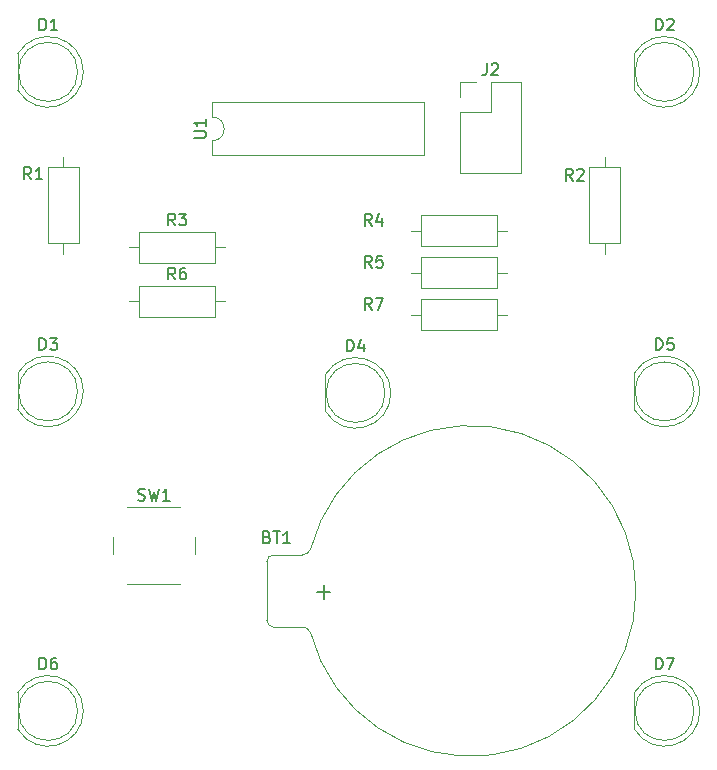
<source format=gbr>
G04 #@! TF.GenerationSoftware,KiCad,Pcbnew,(5.1.4-0-10_14)*
G04 #@! TF.CreationDate,2021-08-15T13:31:00+02:00*
G04 #@! TF.ProjectId,avrCubeRev2,61767243-7562-4655-9265-76322e6b6963,rev?*
G04 #@! TF.SameCoordinates,Original*
G04 #@! TF.FileFunction,Legend,Top*
G04 #@! TF.FilePolarity,Positive*
%FSLAX46Y46*%
G04 Gerber Fmt 4.6, Leading zero omitted, Abs format (unit mm)*
G04 Created by KiCad (PCBNEW (5.1.4-0-10_14)) date 2021-08-15 13:31:00*
%MOMM*%
%LPD*%
G04 APERTURE LIST*
%ADD10C,0.120000*%
%ADD11C,0.150000*%
G04 APERTURE END LIST*
D10*
X92872000Y-83987000D02*
X92872000Y-81367000D01*
X92872000Y-81367000D02*
X86452000Y-81367000D01*
X86452000Y-81367000D02*
X86452000Y-83987000D01*
X86452000Y-83987000D02*
X92872000Y-83987000D01*
X93762000Y-82677000D02*
X92872000Y-82677000D01*
X85562000Y-82677000D02*
X86452000Y-82677000D01*
X57854000Y-92710462D02*
G75*
G03X52304000Y-91165170I-2990000J462D01*
G01*
X57854000Y-92709538D02*
G75*
G02X52304000Y-94254830I-2990000J-462D01*
G01*
X57364000Y-92710000D02*
G75*
G03X57364000Y-92710000I-2500000J0D01*
G01*
X52304000Y-91165000D02*
X52304000Y-94255000D01*
X73388000Y-107101000D02*
X73388000Y-112101000D01*
X73938000Y-112651000D02*
G75*
G02X73388000Y-112101000I0J550000D01*
G01*
X73938000Y-106551000D02*
G75*
G03X73388000Y-107101000I0J-550000D01*
G01*
X73938000Y-112651000D02*
X76388000Y-112651000D01*
X76388000Y-106551000D02*
X73938000Y-106551000D01*
X77092769Y-106057515D02*
G75*
G02X76388000Y-106551000I-704769J256515D01*
G01*
X77092769Y-113144485D02*
G75*
G03X76388000Y-112651000I-704769J-256515D01*
G01*
X104637738Y-109616231D02*
G75*
G03X77088000Y-106081000I-13999738J15231D01*
G01*
X104637738Y-109585769D02*
G75*
G02X77088000Y-113121000I-13999738J-15231D01*
G01*
X68774000Y-69485000D02*
G75*
G02X68774000Y-71485000I0J-1000000D01*
G01*
X68774000Y-71485000D02*
X68774000Y-72735000D01*
X68774000Y-72735000D02*
X86674000Y-72735000D01*
X86674000Y-72735000D02*
X86674000Y-68235000D01*
X86674000Y-68235000D02*
X68774000Y-68235000D01*
X68774000Y-68235000D02*
X68774000Y-69485000D01*
X89729000Y-74228000D02*
X94929000Y-74228000D01*
X89729000Y-69088000D02*
X89729000Y-74228000D01*
X94929000Y-66488000D02*
X94929000Y-74228000D01*
X89729000Y-69088000D02*
X92329000Y-69088000D01*
X92329000Y-69088000D02*
X92329000Y-66488000D01*
X92329000Y-66488000D02*
X94929000Y-66488000D01*
X89729000Y-67818000D02*
X89729000Y-66488000D01*
X89729000Y-66488000D02*
X91059000Y-66488000D01*
X61579000Y-109005000D02*
X66079000Y-109005000D01*
X60329000Y-105005000D02*
X60329000Y-106505000D01*
X66079000Y-102505000D02*
X61579000Y-102505000D01*
X67329000Y-106505000D02*
X67329000Y-105005000D01*
X92872000Y-87543000D02*
X92872000Y-84923000D01*
X92872000Y-84923000D02*
X86452000Y-84923000D01*
X86452000Y-84923000D02*
X86452000Y-87543000D01*
X86452000Y-87543000D02*
X92872000Y-87543000D01*
X93762000Y-86233000D02*
X92872000Y-86233000D01*
X85562000Y-86233000D02*
X86452000Y-86233000D01*
X62576000Y-83780000D02*
X62576000Y-86400000D01*
X62576000Y-86400000D02*
X68996000Y-86400000D01*
X68996000Y-86400000D02*
X68996000Y-83780000D01*
X68996000Y-83780000D02*
X62576000Y-83780000D01*
X61686000Y-85090000D02*
X62576000Y-85090000D01*
X69886000Y-85090000D02*
X68996000Y-85090000D01*
X92872000Y-80431000D02*
X92872000Y-77811000D01*
X92872000Y-77811000D02*
X86452000Y-77811000D01*
X86452000Y-77811000D02*
X86452000Y-80431000D01*
X86452000Y-80431000D02*
X92872000Y-80431000D01*
X93762000Y-79121000D02*
X92872000Y-79121000D01*
X85562000Y-79121000D02*
X86452000Y-79121000D01*
X62576000Y-79208000D02*
X62576000Y-81828000D01*
X62576000Y-81828000D02*
X68996000Y-81828000D01*
X68996000Y-81828000D02*
X68996000Y-79208000D01*
X68996000Y-79208000D02*
X62576000Y-79208000D01*
X61686000Y-80518000D02*
X62576000Y-80518000D01*
X69886000Y-80518000D02*
X68996000Y-80518000D01*
X103291000Y-73752000D02*
X100671000Y-73752000D01*
X100671000Y-73752000D02*
X100671000Y-80172000D01*
X100671000Y-80172000D02*
X103291000Y-80172000D01*
X103291000Y-80172000D02*
X103291000Y-73752000D01*
X101981000Y-72862000D02*
X101981000Y-73752000D01*
X101981000Y-81062000D02*
X101981000Y-80172000D01*
X57444000Y-73752000D02*
X54824000Y-73752000D01*
X54824000Y-73752000D02*
X54824000Y-80172000D01*
X54824000Y-80172000D02*
X57444000Y-80172000D01*
X57444000Y-80172000D02*
X57444000Y-73752000D01*
X56134000Y-72862000D02*
X56134000Y-73752000D01*
X56134000Y-81062000D02*
X56134000Y-80172000D01*
X110051000Y-119761462D02*
G75*
G03X104501000Y-118216170I-2990000J462D01*
G01*
X110051000Y-119760538D02*
G75*
G02X104501000Y-121305830I-2990000J-462D01*
G01*
X109561000Y-119761000D02*
G75*
G03X109561000Y-119761000I-2500000J0D01*
G01*
X104501000Y-118216000D02*
X104501000Y-121306000D01*
X57854000Y-119761462D02*
G75*
G03X52304000Y-118216170I-2990000J462D01*
G01*
X57854000Y-119760538D02*
G75*
G02X52304000Y-121305830I-2990000J-462D01*
G01*
X57364000Y-119761000D02*
G75*
G03X57364000Y-119761000I-2500000J0D01*
G01*
X52304000Y-118216000D02*
X52304000Y-121306000D01*
X110051000Y-92710462D02*
G75*
G03X104501000Y-91165170I-2990000J462D01*
G01*
X110051000Y-92709538D02*
G75*
G02X104501000Y-94254830I-2990000J-462D01*
G01*
X109561000Y-92710000D02*
G75*
G03X109561000Y-92710000I-2500000J0D01*
G01*
X104501000Y-91165000D02*
X104501000Y-94255000D01*
X83889000Y-92837462D02*
G75*
G03X78339000Y-91292170I-2990000J462D01*
G01*
X83889000Y-92836538D02*
G75*
G02X78339000Y-94381830I-2990000J-462D01*
G01*
X83399000Y-92837000D02*
G75*
G03X83399000Y-92837000I-2500000J0D01*
G01*
X78339000Y-91292000D02*
X78339000Y-94382000D01*
X110051000Y-65659462D02*
G75*
G03X104501000Y-64114170I-2990000J462D01*
G01*
X110051000Y-65658538D02*
G75*
G02X104501000Y-67203830I-2990000J-462D01*
G01*
X109561000Y-65659000D02*
G75*
G03X109561000Y-65659000I-2500000J0D01*
G01*
X104501000Y-64114000D02*
X104501000Y-67204000D01*
X57854000Y-65659462D02*
G75*
G03X52304000Y-64114170I-2990000J462D01*
G01*
X57854000Y-65658538D02*
G75*
G02X52304000Y-67203830I-2990000J-462D01*
G01*
X57364000Y-65659000D02*
G75*
G03X57364000Y-65659000I-2500000J0D01*
G01*
X52304000Y-64114000D02*
X52304000Y-67204000D01*
D11*
X82256333Y-82240380D02*
X81923000Y-81764190D01*
X81684904Y-82240380D02*
X81684904Y-81240380D01*
X82065857Y-81240380D01*
X82161095Y-81288000D01*
X82208714Y-81335619D01*
X82256333Y-81430857D01*
X82256333Y-81573714D01*
X82208714Y-81668952D01*
X82161095Y-81716571D01*
X82065857Y-81764190D01*
X81684904Y-81764190D01*
X83161095Y-81240380D02*
X82684904Y-81240380D01*
X82637285Y-81716571D01*
X82684904Y-81668952D01*
X82780142Y-81621333D01*
X83018238Y-81621333D01*
X83113476Y-81668952D01*
X83161095Y-81716571D01*
X83208714Y-81811809D01*
X83208714Y-82049904D01*
X83161095Y-82145142D01*
X83113476Y-82192761D01*
X83018238Y-82240380D01*
X82780142Y-82240380D01*
X82684904Y-82192761D01*
X82637285Y-82145142D01*
X54125904Y-89202380D02*
X54125904Y-88202380D01*
X54364000Y-88202380D01*
X54506857Y-88250000D01*
X54602095Y-88345238D01*
X54649714Y-88440476D01*
X54697333Y-88630952D01*
X54697333Y-88773809D01*
X54649714Y-88964285D01*
X54602095Y-89059523D01*
X54506857Y-89154761D01*
X54364000Y-89202380D01*
X54125904Y-89202380D01*
X55030666Y-88202380D02*
X55649714Y-88202380D01*
X55316380Y-88583333D01*
X55459238Y-88583333D01*
X55554476Y-88630952D01*
X55602095Y-88678571D01*
X55649714Y-88773809D01*
X55649714Y-89011904D01*
X55602095Y-89107142D01*
X55554476Y-89154761D01*
X55459238Y-89202380D01*
X55173523Y-89202380D01*
X55078285Y-89154761D01*
X55030666Y-89107142D01*
X73402285Y-105029571D02*
X73545142Y-105077190D01*
X73592761Y-105124809D01*
X73640380Y-105220047D01*
X73640380Y-105362904D01*
X73592761Y-105458142D01*
X73545142Y-105505761D01*
X73449904Y-105553380D01*
X73068952Y-105553380D01*
X73068952Y-104553380D01*
X73402285Y-104553380D01*
X73497523Y-104601000D01*
X73545142Y-104648619D01*
X73592761Y-104743857D01*
X73592761Y-104839095D01*
X73545142Y-104934333D01*
X73497523Y-104981952D01*
X73402285Y-105029571D01*
X73068952Y-105029571D01*
X73926095Y-104553380D02*
X74497523Y-104553380D01*
X74211809Y-105553380D02*
X74211809Y-104553380D01*
X75354666Y-105553380D02*
X74783238Y-105553380D01*
X75068952Y-105553380D02*
X75068952Y-104553380D01*
X74973714Y-104696238D01*
X74878476Y-104791476D01*
X74783238Y-104839095D01*
X77616571Y-109708142D02*
X78759428Y-109708142D01*
X78188000Y-110279571D02*
X78188000Y-109136714D01*
X67226380Y-71246904D02*
X68035904Y-71246904D01*
X68131142Y-71199285D01*
X68178761Y-71151666D01*
X68226380Y-71056428D01*
X68226380Y-70865952D01*
X68178761Y-70770714D01*
X68131142Y-70723095D01*
X68035904Y-70675476D01*
X67226380Y-70675476D01*
X68226380Y-69675476D02*
X68226380Y-70246904D01*
X68226380Y-69961190D02*
X67226380Y-69961190D01*
X67369238Y-70056428D01*
X67464476Y-70151666D01*
X67512095Y-70246904D01*
X91995666Y-64940380D02*
X91995666Y-65654666D01*
X91948047Y-65797523D01*
X91852809Y-65892761D01*
X91709952Y-65940380D01*
X91614714Y-65940380D01*
X92424238Y-65035619D02*
X92471857Y-64988000D01*
X92567095Y-64940380D01*
X92805190Y-64940380D01*
X92900428Y-64988000D01*
X92948047Y-65035619D01*
X92995666Y-65130857D01*
X92995666Y-65226095D01*
X92948047Y-65368952D01*
X92376619Y-65940380D01*
X92995666Y-65940380D01*
X62495666Y-101909761D02*
X62638523Y-101957380D01*
X62876619Y-101957380D01*
X62971857Y-101909761D01*
X63019476Y-101862142D01*
X63067095Y-101766904D01*
X63067095Y-101671666D01*
X63019476Y-101576428D01*
X62971857Y-101528809D01*
X62876619Y-101481190D01*
X62686142Y-101433571D01*
X62590904Y-101385952D01*
X62543285Y-101338333D01*
X62495666Y-101243095D01*
X62495666Y-101147857D01*
X62543285Y-101052619D01*
X62590904Y-101005000D01*
X62686142Y-100957380D01*
X62924238Y-100957380D01*
X63067095Y-101005000D01*
X63400428Y-100957380D02*
X63638523Y-101957380D01*
X63829000Y-101243095D01*
X64019476Y-101957380D01*
X64257571Y-100957380D01*
X65162333Y-101957380D02*
X64590904Y-101957380D01*
X64876619Y-101957380D02*
X64876619Y-100957380D01*
X64781380Y-101100238D01*
X64686142Y-101195476D01*
X64590904Y-101243095D01*
X82256333Y-85796380D02*
X81923000Y-85320190D01*
X81684904Y-85796380D02*
X81684904Y-84796380D01*
X82065857Y-84796380D01*
X82161095Y-84844000D01*
X82208714Y-84891619D01*
X82256333Y-84986857D01*
X82256333Y-85129714D01*
X82208714Y-85224952D01*
X82161095Y-85272571D01*
X82065857Y-85320190D01*
X81684904Y-85320190D01*
X82589666Y-84796380D02*
X83256333Y-84796380D01*
X82827761Y-85796380D01*
X65619333Y-83232380D02*
X65286000Y-82756190D01*
X65047904Y-83232380D02*
X65047904Y-82232380D01*
X65428857Y-82232380D01*
X65524095Y-82280000D01*
X65571714Y-82327619D01*
X65619333Y-82422857D01*
X65619333Y-82565714D01*
X65571714Y-82660952D01*
X65524095Y-82708571D01*
X65428857Y-82756190D01*
X65047904Y-82756190D01*
X66476476Y-82232380D02*
X66286000Y-82232380D01*
X66190761Y-82280000D01*
X66143142Y-82327619D01*
X66047904Y-82470476D01*
X66000285Y-82660952D01*
X66000285Y-83041904D01*
X66047904Y-83137142D01*
X66095523Y-83184761D01*
X66190761Y-83232380D01*
X66381238Y-83232380D01*
X66476476Y-83184761D01*
X66524095Y-83137142D01*
X66571714Y-83041904D01*
X66571714Y-82803809D01*
X66524095Y-82708571D01*
X66476476Y-82660952D01*
X66381238Y-82613333D01*
X66190761Y-82613333D01*
X66095523Y-82660952D01*
X66047904Y-82708571D01*
X66000285Y-82803809D01*
X82256333Y-78684380D02*
X81923000Y-78208190D01*
X81684904Y-78684380D02*
X81684904Y-77684380D01*
X82065857Y-77684380D01*
X82161095Y-77732000D01*
X82208714Y-77779619D01*
X82256333Y-77874857D01*
X82256333Y-78017714D01*
X82208714Y-78112952D01*
X82161095Y-78160571D01*
X82065857Y-78208190D01*
X81684904Y-78208190D01*
X83113476Y-78017714D02*
X83113476Y-78684380D01*
X82875380Y-77636761D02*
X82637285Y-78351047D01*
X83256333Y-78351047D01*
X65619333Y-78660380D02*
X65286000Y-78184190D01*
X65047904Y-78660380D02*
X65047904Y-77660380D01*
X65428857Y-77660380D01*
X65524095Y-77708000D01*
X65571714Y-77755619D01*
X65619333Y-77850857D01*
X65619333Y-77993714D01*
X65571714Y-78088952D01*
X65524095Y-78136571D01*
X65428857Y-78184190D01*
X65047904Y-78184190D01*
X65952666Y-77660380D02*
X66571714Y-77660380D01*
X66238380Y-78041333D01*
X66381238Y-78041333D01*
X66476476Y-78088952D01*
X66524095Y-78136571D01*
X66571714Y-78231809D01*
X66571714Y-78469904D01*
X66524095Y-78565142D01*
X66476476Y-78612761D01*
X66381238Y-78660380D01*
X66095523Y-78660380D01*
X66000285Y-78612761D01*
X65952666Y-78565142D01*
X99274333Y-74874380D02*
X98941000Y-74398190D01*
X98702904Y-74874380D02*
X98702904Y-73874380D01*
X99083857Y-73874380D01*
X99179095Y-73922000D01*
X99226714Y-73969619D01*
X99274333Y-74064857D01*
X99274333Y-74207714D01*
X99226714Y-74302952D01*
X99179095Y-74350571D01*
X99083857Y-74398190D01*
X98702904Y-74398190D01*
X99655285Y-73969619D02*
X99702904Y-73922000D01*
X99798142Y-73874380D01*
X100036238Y-73874380D01*
X100131476Y-73922000D01*
X100179095Y-73969619D01*
X100226714Y-74064857D01*
X100226714Y-74160095D01*
X100179095Y-74302952D01*
X99607666Y-74874380D01*
X100226714Y-74874380D01*
X53427333Y-74747380D02*
X53094000Y-74271190D01*
X52855904Y-74747380D02*
X52855904Y-73747380D01*
X53236857Y-73747380D01*
X53332095Y-73795000D01*
X53379714Y-73842619D01*
X53427333Y-73937857D01*
X53427333Y-74080714D01*
X53379714Y-74175952D01*
X53332095Y-74223571D01*
X53236857Y-74271190D01*
X52855904Y-74271190D01*
X54379714Y-74747380D02*
X53808285Y-74747380D01*
X54094000Y-74747380D02*
X54094000Y-73747380D01*
X53998761Y-73890238D01*
X53903523Y-73985476D01*
X53808285Y-74033095D01*
X106322904Y-116253380D02*
X106322904Y-115253380D01*
X106561000Y-115253380D01*
X106703857Y-115301000D01*
X106799095Y-115396238D01*
X106846714Y-115491476D01*
X106894333Y-115681952D01*
X106894333Y-115824809D01*
X106846714Y-116015285D01*
X106799095Y-116110523D01*
X106703857Y-116205761D01*
X106561000Y-116253380D01*
X106322904Y-116253380D01*
X107227666Y-115253380D02*
X107894333Y-115253380D01*
X107465761Y-116253380D01*
X54125904Y-116253380D02*
X54125904Y-115253380D01*
X54364000Y-115253380D01*
X54506857Y-115301000D01*
X54602095Y-115396238D01*
X54649714Y-115491476D01*
X54697333Y-115681952D01*
X54697333Y-115824809D01*
X54649714Y-116015285D01*
X54602095Y-116110523D01*
X54506857Y-116205761D01*
X54364000Y-116253380D01*
X54125904Y-116253380D01*
X55554476Y-115253380D02*
X55364000Y-115253380D01*
X55268761Y-115301000D01*
X55221142Y-115348619D01*
X55125904Y-115491476D01*
X55078285Y-115681952D01*
X55078285Y-116062904D01*
X55125904Y-116158142D01*
X55173523Y-116205761D01*
X55268761Y-116253380D01*
X55459238Y-116253380D01*
X55554476Y-116205761D01*
X55602095Y-116158142D01*
X55649714Y-116062904D01*
X55649714Y-115824809D01*
X55602095Y-115729571D01*
X55554476Y-115681952D01*
X55459238Y-115634333D01*
X55268761Y-115634333D01*
X55173523Y-115681952D01*
X55125904Y-115729571D01*
X55078285Y-115824809D01*
X106322904Y-89202380D02*
X106322904Y-88202380D01*
X106561000Y-88202380D01*
X106703857Y-88250000D01*
X106799095Y-88345238D01*
X106846714Y-88440476D01*
X106894333Y-88630952D01*
X106894333Y-88773809D01*
X106846714Y-88964285D01*
X106799095Y-89059523D01*
X106703857Y-89154761D01*
X106561000Y-89202380D01*
X106322904Y-89202380D01*
X107799095Y-88202380D02*
X107322904Y-88202380D01*
X107275285Y-88678571D01*
X107322904Y-88630952D01*
X107418142Y-88583333D01*
X107656238Y-88583333D01*
X107751476Y-88630952D01*
X107799095Y-88678571D01*
X107846714Y-88773809D01*
X107846714Y-89011904D01*
X107799095Y-89107142D01*
X107751476Y-89154761D01*
X107656238Y-89202380D01*
X107418142Y-89202380D01*
X107322904Y-89154761D01*
X107275285Y-89107142D01*
X80160904Y-89329380D02*
X80160904Y-88329380D01*
X80399000Y-88329380D01*
X80541857Y-88377000D01*
X80637095Y-88472238D01*
X80684714Y-88567476D01*
X80732333Y-88757952D01*
X80732333Y-88900809D01*
X80684714Y-89091285D01*
X80637095Y-89186523D01*
X80541857Y-89281761D01*
X80399000Y-89329380D01*
X80160904Y-89329380D01*
X81589476Y-88662714D02*
X81589476Y-89329380D01*
X81351380Y-88281761D02*
X81113285Y-88996047D01*
X81732333Y-88996047D01*
X106322904Y-62151380D02*
X106322904Y-61151380D01*
X106561000Y-61151380D01*
X106703857Y-61199000D01*
X106799095Y-61294238D01*
X106846714Y-61389476D01*
X106894333Y-61579952D01*
X106894333Y-61722809D01*
X106846714Y-61913285D01*
X106799095Y-62008523D01*
X106703857Y-62103761D01*
X106561000Y-62151380D01*
X106322904Y-62151380D01*
X107275285Y-61246619D02*
X107322904Y-61199000D01*
X107418142Y-61151380D01*
X107656238Y-61151380D01*
X107751476Y-61199000D01*
X107799095Y-61246619D01*
X107846714Y-61341857D01*
X107846714Y-61437095D01*
X107799095Y-61579952D01*
X107227666Y-62151380D01*
X107846714Y-62151380D01*
X54125904Y-62151380D02*
X54125904Y-61151380D01*
X54364000Y-61151380D01*
X54506857Y-61199000D01*
X54602095Y-61294238D01*
X54649714Y-61389476D01*
X54697333Y-61579952D01*
X54697333Y-61722809D01*
X54649714Y-61913285D01*
X54602095Y-62008523D01*
X54506857Y-62103761D01*
X54364000Y-62151380D01*
X54125904Y-62151380D01*
X55649714Y-62151380D02*
X55078285Y-62151380D01*
X55364000Y-62151380D02*
X55364000Y-61151380D01*
X55268761Y-61294238D01*
X55173523Y-61389476D01*
X55078285Y-61437095D01*
M02*

</source>
